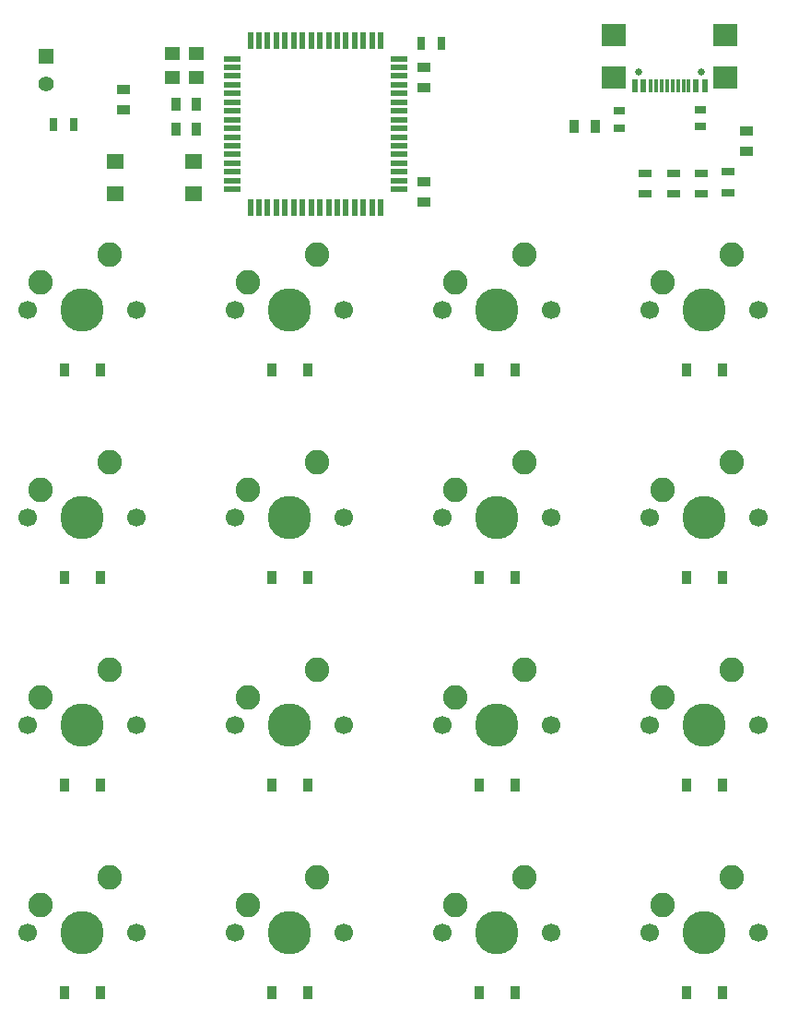
<source format=gbr>
G04*
G04 #@! TF.GenerationSoftware,Altium Limited,Altium Designer,22.4.2 (48)*
G04*
G04 Layer_Color=255*
%FSLAX25Y25*%
%MOIN*%
G70*
G04*
G04 #@! TF.SameCoordinates,D4448EEE-889B-48FB-A541-E9576EB43F8F*
G04*
G04*
G04 #@! TF.FilePolarity,Positive*
G04*
G01*
G75*
%ADD13R,0.05118X0.02756*%
%ADD14R,0.05118X0.03543*%
%ADD15R,0.03543X0.05118*%
%ADD28C,0.08858*%
%ADD29C,0.06693*%
%ADD30C,0.15700*%
%ADD31C,0.02559*%
%ADD32C,0.05575*%
%ADD33R,0.05575X0.05575*%
%ADD35R,0.08583X0.07874*%
%ADD36R,0.01181X0.04528*%
%ADD37R,0.02362X0.04528*%
G04:AMPARAMS|DCode=38|XSize=57.87mil|YSize=21.65mil|CornerRadius=2.71mil|HoleSize=0mil|Usage=FLASHONLY|Rotation=0.000|XOffset=0mil|YOffset=0mil|HoleType=Round|Shape=RoundedRectangle|*
%AMROUNDEDRECTD38*
21,1,0.05787,0.01624,0,0,0.0*
21,1,0.05246,0.02165,0,0,0.0*
1,1,0.00541,0.02623,-0.00812*
1,1,0.00541,-0.02623,-0.00812*
1,1,0.00541,-0.02623,0.00812*
1,1,0.00541,0.02623,0.00812*
%
%ADD38ROUNDEDRECTD38*%
G04:AMPARAMS|DCode=39|XSize=57.87mil|YSize=21.65mil|CornerRadius=2.71mil|HoleSize=0mil|Usage=FLASHONLY|Rotation=90.000|XOffset=0mil|YOffset=0mil|HoleType=Round|Shape=RoundedRectangle|*
%AMROUNDEDRECTD39*
21,1,0.05787,0.01624,0,0,90.0*
21,1,0.05246,0.02165,0,0,90.0*
1,1,0.00541,0.00812,0.02623*
1,1,0.00541,0.00812,-0.02623*
1,1,0.00541,-0.00812,-0.02623*
1,1,0.00541,-0.00812,0.02623*
%
%ADD39ROUNDEDRECTD39*%
%ADD40R,0.02756X0.05118*%
%ADD41R,0.03583X0.04803*%
%ADD42R,0.06299X0.05512*%
%ADD43R,0.05512X0.04724*%
%ADD44R,0.03937X0.02559*%
D13*
X471654Y337402D02*
D03*
Y344882D02*
D03*
X481676Y337402D02*
D03*
Y344882D02*
D03*
X461417Y337402D02*
D03*
Y344882D02*
D03*
X491339Y337795D02*
D03*
Y345276D02*
D03*
D14*
X498032Y352576D02*
D03*
Y360056D02*
D03*
X272835Y367717D02*
D03*
Y375197D02*
D03*
X381496Y383054D02*
D03*
Y375574D02*
D03*
Y334252D02*
D03*
Y341732D02*
D03*
D15*
X435827Y361811D02*
D03*
X443307D02*
D03*
X291732Y360810D02*
D03*
X299213D02*
D03*
X291732Y369685D02*
D03*
X299213D02*
D03*
D28*
X242874Y305276D02*
D03*
X267756Y315276D02*
D03*
X342756D02*
D03*
X317874Y305276D02*
D03*
X392874D02*
D03*
X417756Y315276D02*
D03*
X492756D02*
D03*
X467874Y305276D02*
D03*
X242874Y230276D02*
D03*
X267756Y240276D02*
D03*
X342756D02*
D03*
X317874Y230276D02*
D03*
X392874D02*
D03*
X417756Y240276D02*
D03*
X492756D02*
D03*
X467874Y230276D02*
D03*
X242874Y155276D02*
D03*
X267756Y165276D02*
D03*
X342756D02*
D03*
X317874Y155276D02*
D03*
X392874D02*
D03*
X417756Y165276D02*
D03*
X492756D02*
D03*
X467874Y155276D02*
D03*
X242874Y80276D02*
D03*
X267756Y90276D02*
D03*
X342756D02*
D03*
X317874Y80276D02*
D03*
X392874D02*
D03*
X417756Y90276D02*
D03*
X492756D02*
D03*
X467874Y80276D02*
D03*
D29*
X277559Y295276D02*
D03*
X238189D02*
D03*
X313189D02*
D03*
X352559D02*
D03*
X427559D02*
D03*
X388189D02*
D03*
X463189D02*
D03*
X502559D02*
D03*
X277559Y220276D02*
D03*
X238189D02*
D03*
X313189D02*
D03*
X352559D02*
D03*
X427559D02*
D03*
X388189D02*
D03*
X463189D02*
D03*
X502559D02*
D03*
X277559Y145276D02*
D03*
X238189D02*
D03*
X313189D02*
D03*
X352559D02*
D03*
X427559D02*
D03*
X388189D02*
D03*
X463189D02*
D03*
X502559D02*
D03*
X277559Y70276D02*
D03*
X238189D02*
D03*
X313189D02*
D03*
X352559D02*
D03*
X427559D02*
D03*
X388189D02*
D03*
X463189D02*
D03*
X502559D02*
D03*
D30*
X257874Y295276D02*
D03*
X332874D02*
D03*
X407874D02*
D03*
X482874D02*
D03*
X257874Y220276D02*
D03*
X332874D02*
D03*
X407874D02*
D03*
X482874D02*
D03*
X257874Y145276D02*
D03*
X332874D02*
D03*
X407874D02*
D03*
X482874D02*
D03*
X257874Y70276D02*
D03*
X332874D02*
D03*
X407874D02*
D03*
X482874D02*
D03*
D31*
X481713Y381279D02*
D03*
X458957D02*
D03*
D32*
X244882Y377165D02*
D03*
D33*
Y387165D02*
D03*
D35*
X490453Y394783D02*
D03*
X450216D02*
D03*
X490453Y379311D02*
D03*
X450216D02*
D03*
D36*
X471319Y376358D02*
D03*
X469350D02*
D03*
X473287D02*
D03*
X467382D02*
D03*
X475256D02*
D03*
X465413D02*
D03*
X477224D02*
D03*
X463445D02*
D03*
D37*
X482933D02*
D03*
X479783D02*
D03*
X460886D02*
D03*
X457736D02*
D03*
D38*
X311991Y338976D02*
D03*
Y342126D02*
D03*
Y345276D02*
D03*
Y348425D02*
D03*
Y351575D02*
D03*
Y354724D02*
D03*
Y357874D02*
D03*
Y361024D02*
D03*
Y364173D02*
D03*
Y367323D02*
D03*
Y370472D02*
D03*
Y373622D02*
D03*
Y376772D02*
D03*
Y379921D02*
D03*
Y383071D02*
D03*
Y386221D02*
D03*
X372385D02*
D03*
Y383071D02*
D03*
Y379921D02*
D03*
Y376772D02*
D03*
Y373622D02*
D03*
Y370472D02*
D03*
Y367323D02*
D03*
Y364173D02*
D03*
Y361024D02*
D03*
Y357874D02*
D03*
Y354724D02*
D03*
Y351575D02*
D03*
Y348425D02*
D03*
Y345276D02*
D03*
Y342126D02*
D03*
Y338976D02*
D03*
D39*
X365810Y332402D02*
D03*
X362660D02*
D03*
X359511D02*
D03*
X356361D02*
D03*
X353212D02*
D03*
X350062D02*
D03*
X346912D02*
D03*
X343763D02*
D03*
X340613D02*
D03*
X337464D02*
D03*
X334314D02*
D03*
X331164D02*
D03*
X328015D02*
D03*
X324865D02*
D03*
X321716D02*
D03*
X318566D02*
D03*
Y392795D02*
D03*
X321716D02*
D03*
X324865D02*
D03*
X328015D02*
D03*
X331164D02*
D03*
X334314D02*
D03*
X337464D02*
D03*
X340613D02*
D03*
X343763D02*
D03*
X346912D02*
D03*
X350062D02*
D03*
X353212D02*
D03*
X356361D02*
D03*
X359511D02*
D03*
X362660D02*
D03*
X365810D02*
D03*
D40*
X254724Y362340D02*
D03*
X247244D02*
D03*
X380315Y391732D02*
D03*
X387795D02*
D03*
D41*
X326437Y273622D02*
D03*
X339311D02*
D03*
X489311Y48622D02*
D03*
X476437D02*
D03*
X414311D02*
D03*
X401437D02*
D03*
X339311D02*
D03*
X326437D02*
D03*
X264311D02*
D03*
X251437D02*
D03*
X489311Y123622D02*
D03*
X476437D02*
D03*
X414311D02*
D03*
X401437D02*
D03*
X339311D02*
D03*
X326437D02*
D03*
X264311D02*
D03*
X251437D02*
D03*
X489311Y198622D02*
D03*
X476437D02*
D03*
X414311D02*
D03*
X401437D02*
D03*
X339311D02*
D03*
X326437D02*
D03*
X264311D02*
D03*
X251437D02*
D03*
X264311Y273622D02*
D03*
X251437D02*
D03*
X489311D02*
D03*
X476437D02*
D03*
X414311D02*
D03*
X401437D02*
D03*
D42*
X298031Y337402D02*
D03*
X269685D02*
D03*
X298031Y349213D02*
D03*
X269685D02*
D03*
D43*
X290551Y379528D02*
D03*
X299213D02*
D03*
X290551Y388189D02*
D03*
X299213D02*
D03*
D44*
X481496Y367717D02*
D03*
Y361614D02*
D03*
X451968Y367323D02*
D03*
Y361221D02*
D03*
M02*

</source>
